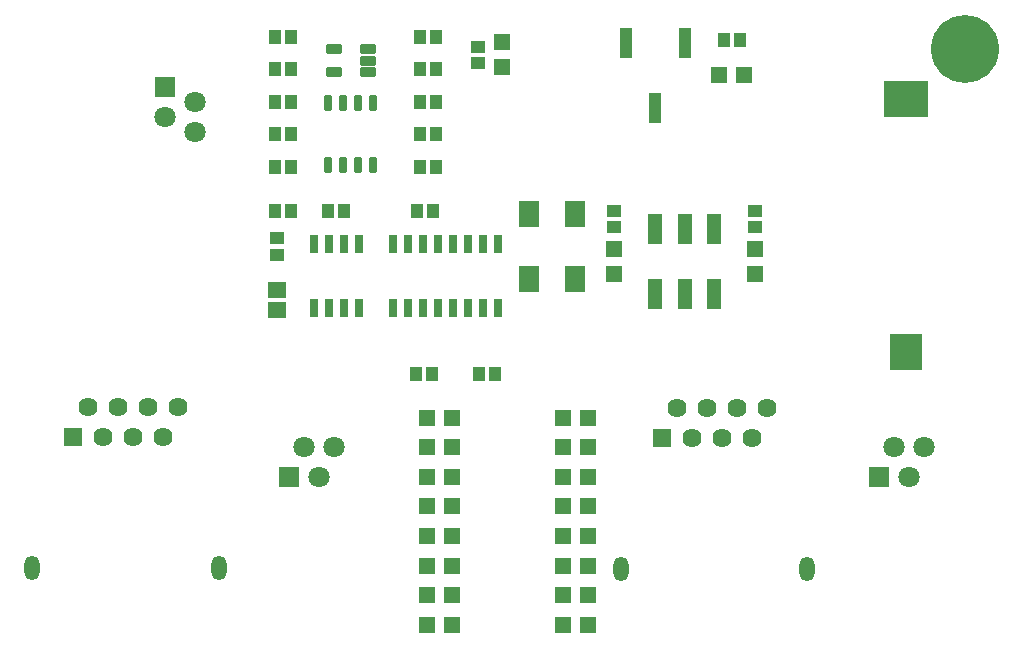
<source format=gts>
G04*
G04 #@! TF.GenerationSoftware,Altium Limited,Altium Designer,22.6.1 (34)*
G04*
G04 Layer_Color=8388736*
%FSLAX25Y25*%
%MOIN*%
G70*
G04*
G04 #@! TF.SameCoordinates,5978FB97-4CE2-4F40-84F9-A025567A3837*
G04*
G04*
G04 #@! TF.FilePolarity,Negative*
G04*
G01*
G75*
%ADD16R,0.04134X0.04724*%
%ADD17R,0.06754X0.08583*%
%ADD18R,0.04724X0.04134*%
G04:AMPARAMS|DCode=19|XSize=31.5mil|YSize=53.15mil|CornerRadius=4.87mil|HoleSize=0mil|Usage=FLASHONLY|Rotation=270.000|XOffset=0mil|YOffset=0mil|HoleType=Round|Shape=RoundedRectangle|*
%AMROUNDEDRECTD19*
21,1,0.03150,0.04341,0,0,270.0*
21,1,0.02175,0.05315,0,0,270.0*
1,1,0.00974,-0.02170,-0.01088*
1,1,0.00974,-0.02170,0.01088*
1,1,0.00974,0.02170,0.01088*
1,1,0.00974,0.02170,-0.01088*
%
%ADD19ROUNDEDRECTD19*%
%ADD20R,0.05315X0.05315*%
%ADD21R,0.04724X0.09843*%
G04:AMPARAMS|DCode=22|XSize=61.02mil|YSize=23.62mil|CornerRadius=2.01mil|HoleSize=0mil|Usage=FLASHONLY|Rotation=90.000|XOffset=0mil|YOffset=0mil|HoleType=Round|Shape=RoundedRectangle|*
%AMROUNDEDRECTD22*
21,1,0.06102,0.01961,0,0,90.0*
21,1,0.05701,0.02362,0,0,90.0*
1,1,0.00402,0.00980,0.02850*
1,1,0.00402,0.00980,-0.02850*
1,1,0.00402,-0.00980,-0.02850*
1,1,0.00402,-0.00980,0.02850*
%
%ADD22ROUNDEDRECTD22*%
G04:AMPARAMS|DCode=23|XSize=29.53mil|YSize=62.99mil|CornerRadius=4.96mil|HoleSize=0mil|Usage=FLASHONLY|Rotation=180.000|XOffset=0mil|YOffset=0mil|HoleType=Round|Shape=RoundedRectangle|*
%AMROUNDEDRECTD23*
21,1,0.02953,0.05307,0,0,180.0*
21,1,0.01961,0.06299,0,0,180.0*
1,1,0.00992,-0.00980,0.02653*
1,1,0.00992,0.00980,0.02653*
1,1,0.00992,0.00980,-0.02653*
1,1,0.00992,-0.00980,-0.02653*
%
%ADD23ROUNDEDRECTD23*%
%ADD24R,0.10827X0.12402*%
%ADD25R,0.06299X0.05709*%
%ADD26R,0.04921X0.04331*%
%ADD27R,0.14764X0.12402*%
%ADD28R,0.05315X0.05315*%
%ADD29R,0.03937X0.09843*%
G04:AMPARAMS|DCode=30|XSize=27.56mil|YSize=55.12mil|CornerRadius=4.9mil|HoleSize=0mil|Usage=FLASHONLY|Rotation=0.000|XOffset=0mil|YOffset=0mil|HoleType=Round|Shape=RoundedRectangle|*
%AMROUNDEDRECTD30*
21,1,0.02756,0.04532,0,0,0.0*
21,1,0.01776,0.05512,0,0,0.0*
1,1,0.00980,0.00888,-0.02266*
1,1,0.00980,-0.00888,-0.02266*
1,1,0.00980,-0.00888,0.02266*
1,1,0.00980,0.00888,0.02266*
%
%ADD30ROUNDEDRECTD30*%
%ADD31C,0.07093*%
%ADD32R,0.07093X0.07093*%
%ADD33R,0.07093X0.07093*%
%ADD34O,0.05118X0.08268*%
%ADD35R,0.06394X0.06394*%
%ADD36C,0.06394*%
%ADD37C,0.22638*%
D16*
X223721Y279528D02*
D03*
X229035D02*
D03*
X175492Y268701D02*
D03*
X180807D02*
D03*
X175492Y247047D02*
D03*
X180807D02*
D03*
X229035Y290354D02*
D03*
X223721D02*
D03*
X229035Y247047D02*
D03*
X223721D02*
D03*
X229035Y257874D02*
D03*
X223721D02*
D03*
X229035Y268701D02*
D03*
X223721D02*
D03*
X228051Y232283D02*
D03*
X222736D02*
D03*
X175492Y257874D02*
D03*
X180807D02*
D03*
Y279528D02*
D03*
X175492D02*
D03*
Y290354D02*
D03*
X180807D02*
D03*
X193209Y232283D02*
D03*
X198524D02*
D03*
X175492D02*
D03*
X180807D02*
D03*
X248721Y178150D02*
D03*
X243406D02*
D03*
X222441D02*
D03*
X227756D02*
D03*
X330413Y289370D02*
D03*
X325098D02*
D03*
D17*
X275451Y231299D02*
D03*
X260197D02*
D03*
X275451Y209646D02*
D03*
X260197D02*
D03*
D18*
X335630Y226977D02*
D03*
Y232292D02*
D03*
X288386Y232292D02*
D03*
Y226977D02*
D03*
X243110Y287106D02*
D03*
Y281791D02*
D03*
D19*
X206594Y278740D02*
D03*
Y282480D02*
D03*
Y286221D02*
D03*
X194980D02*
D03*
Y278740D02*
D03*
D20*
X250984Y288583D02*
D03*
Y280315D02*
D03*
X335630Y211417D02*
D03*
Y219685D02*
D03*
X288386Y219685D02*
D03*
Y211417D02*
D03*
D21*
X321850Y204724D02*
D03*
Y226378D02*
D03*
X302165D02*
D03*
Y204724D02*
D03*
X312008D02*
D03*
Y226378D02*
D03*
D22*
X188366Y221260D02*
D03*
X193366D02*
D03*
X198366D02*
D03*
X203366D02*
D03*
Y200000D02*
D03*
X198366D02*
D03*
X193366D02*
D03*
X188366D02*
D03*
D23*
X249783Y221358D02*
D03*
X244783D02*
D03*
X239783D02*
D03*
X234783D02*
D03*
X229783D02*
D03*
X224783D02*
D03*
X219783D02*
D03*
X214783D02*
D03*
X249783Y199902D02*
D03*
X244783D02*
D03*
X239783D02*
D03*
X234783D02*
D03*
X229783D02*
D03*
X224783D02*
D03*
X219783D02*
D03*
X214783D02*
D03*
D24*
X385827Y185433D02*
D03*
D25*
X176181Y199508D02*
D03*
Y206004D02*
D03*
D26*
Y217520D02*
D03*
Y223228D02*
D03*
D27*
X385827Y269685D02*
D03*
D28*
X226181Y163386D02*
D03*
X234449D02*
D03*
X271457Y94488D02*
D03*
X279724D02*
D03*
X271457Y104331D02*
D03*
X279724D02*
D03*
X271457Y114173D02*
D03*
X279724D02*
D03*
X271457Y124016D02*
D03*
X279724D02*
D03*
X226181Y153543D02*
D03*
X234449D02*
D03*
X271457D02*
D03*
X279724D02*
D03*
X271457Y143701D02*
D03*
X279724D02*
D03*
X271457Y163386D02*
D03*
X279724D02*
D03*
X226181Y94488D02*
D03*
X234449D02*
D03*
X226181Y104331D02*
D03*
X234449D02*
D03*
X226181Y124016D02*
D03*
X234449D02*
D03*
X226181Y114173D02*
D03*
X234449D02*
D03*
X271457Y133858D02*
D03*
X279724D02*
D03*
X226181Y143701D02*
D03*
X234449D02*
D03*
X226181Y133858D02*
D03*
X234449D02*
D03*
X331890Y277559D02*
D03*
X323622D02*
D03*
D29*
X302165Y266732D02*
D03*
X292323Y288386D02*
D03*
X312008D02*
D03*
D30*
X193287Y247539D02*
D03*
X198287D02*
D03*
X203287D02*
D03*
X208287D02*
D03*
X193287Y268209D02*
D03*
X198287D02*
D03*
X203287D02*
D03*
X208287D02*
D03*
D31*
X391811Y153701D02*
D03*
X386811Y143701D02*
D03*
X381811Y153701D02*
D03*
X148779Y268622D02*
D03*
X138779Y263622D02*
D03*
X148779Y258622D02*
D03*
X185118Y153701D02*
D03*
X190118Y143701D02*
D03*
X195118Y153701D02*
D03*
D32*
X376811Y143701D02*
D03*
X180118D02*
D03*
D33*
X138779Y273622D02*
D03*
D34*
X290748Y112913D02*
D03*
X352952D02*
D03*
X94489Y113189D02*
D03*
X156693D02*
D03*
D35*
X304350Y156614D02*
D03*
X108091Y156890D02*
D03*
D36*
X309350Y166614D02*
D03*
X314350Y156614D02*
D03*
X319350Y166614D02*
D03*
X324350Y156614D02*
D03*
X329350Y166614D02*
D03*
X334350Y156614D02*
D03*
X339350Y166614D02*
D03*
X113091Y166890D02*
D03*
X118091Y156890D02*
D03*
X123091Y166890D02*
D03*
X128091Y156890D02*
D03*
X133091Y166890D02*
D03*
X138091Y156890D02*
D03*
X143091Y166890D02*
D03*
D37*
X405512Y286417D02*
D03*
M02*

</source>
